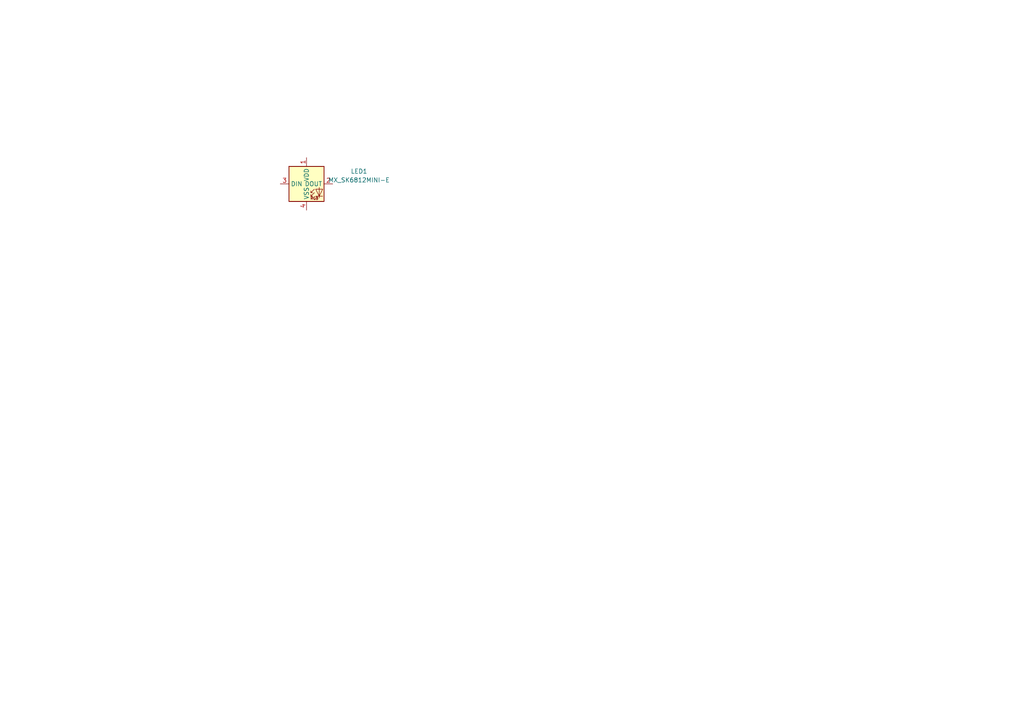
<source format=kicad_sch>
(kicad_sch (version 20230121) (generator eeschema)
  (paper "A4")
  (lib_symbols
    (symbol "PCM_marbastlib-mx:MX_SK6812MINI-E"
      (property "Reference" "LED" (at 3.175 6.35 0))
      (property "Value" "MX_SK6812MINI-E" (at 10.16 -6.985 0))
      (symbol "MX_SK6812MINI-E_0_0"
        (text "RGB" (at 2.286 -4.191 0) (effects (font (size 0.762 0.762))))
      )
      (symbol "MX_SK6812MINI-E_0_1"
        (rectangle (start -5.08 5.08) (end 5.08 -5.08) (stroke (width 0.254)) (fill (type background)))
        (polyline (pts (xy 1.27 -3.556) (xy 1.778 -3.556)))
        (polyline (pts (xy 1.27 -2.54) (xy 1.778 -2.54)))
        (polyline (pts (xy 4.699 -3.556) (xy 2.667 -3.556)))
        (polyline (pts (xy 2.286 -2.54) (xy 1.27 -3.556) (xy 1.27 -3.048)))
        (polyline (pts (xy 2.286 -1.524) (xy 1.27 -2.54) (xy 1.27 -2.032)))
        (polyline (pts (xy 3.683 -1.016) (xy 3.683 -3.556) (xy 3.683 -4.064)))
        (polyline (pts (xy 4.699 -1.524) (xy 2.667 -1.524) (xy 3.683 -3.556) (xy 4.699 -1.524)))
      )
      (symbol "MX_SK6812MINI-E_1_1"
        (pin power_in line (at 0 7.62 270) (length 2.54) (name "VDD") (number "1"))
        (pin output line (at 7.62 0 180) (length 2.54) (name "DOUT") (number "2"))
        (pin input line (at -7.62 0 0) (length 2.54) (name "DIN") (number "3"))
        (pin power_in line (at 0 -7.62 90) (length 2.54) (name "VSS") (number "4"))
      )
    )
  )
  (symbol (lib_id "PCM_marbastlib-mx:MX_SK6812MINI-E") (at 88.9 53.34 0) (unit 1)
    (property "Reference" "LED1" (at 104.14 49.6921 0))
    (property "Value" "MX_SK6812MINI-E" (at 104.14 52.2321 0))
    (property "Footprint" "PCM_marbastlib-mx:LED_MX_6028R" (effects hide))
  )
)
</source>
